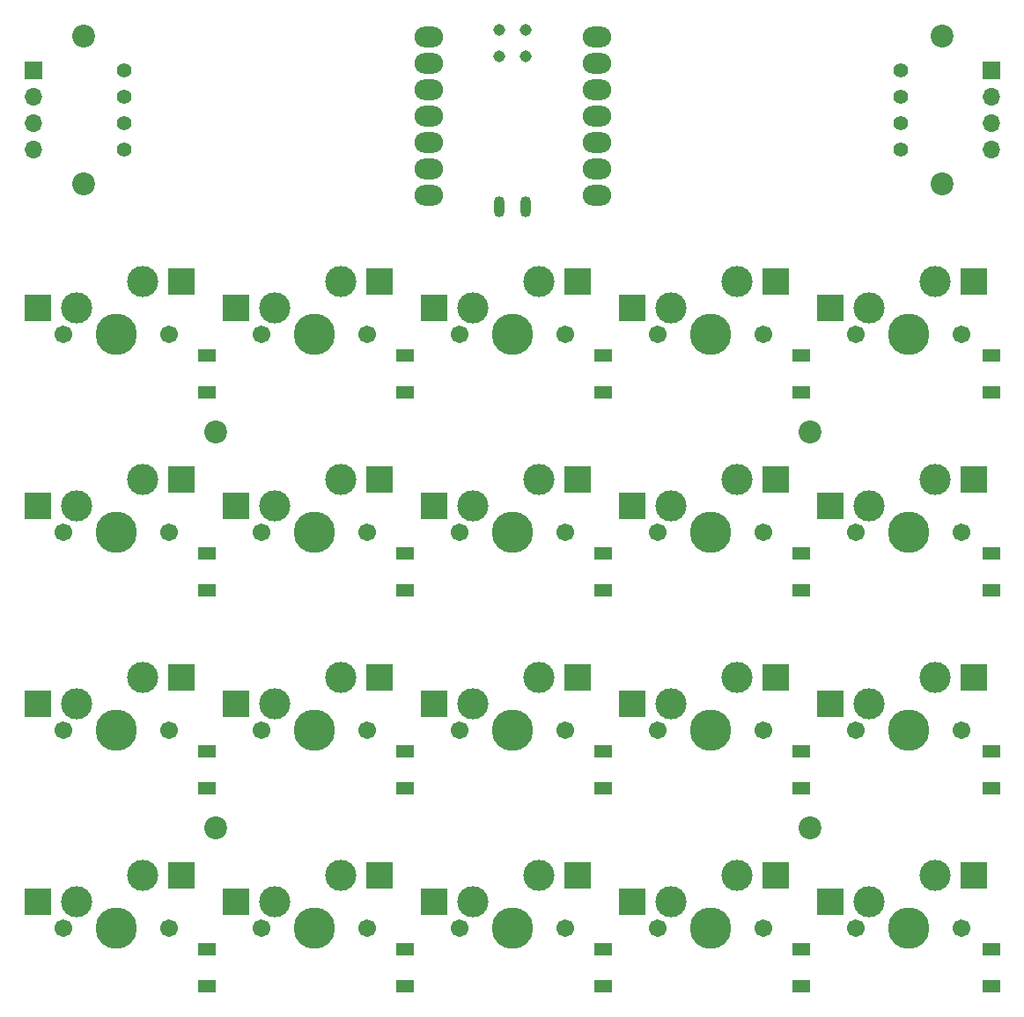
<source format=gbr>
%TF.GenerationSoftware,KiCad,Pcbnew,(6.0.4-0)*%
%TF.CreationDate,2022-07-24T18:31:06-05:00*%
%TF.ProjectId,beyblock20,62657962-6c6f-4636-9b32-302e6b696361,rev?*%
%TF.SameCoordinates,Original*%
%TF.FileFunction,Soldermask,Bot*%
%TF.FilePolarity,Negative*%
%FSLAX46Y46*%
G04 Gerber Fmt 4.6, Leading zero omitted, Abs format (unit mm)*
G04 Created by KiCad (PCBNEW (6.0.4-0)) date 2022-07-24 18:31:06*
%MOMM*%
%LPD*%
G01*
G04 APERTURE LIST*
%ADD10C,2.200000*%
%ADD11C,1.397000*%
%ADD12O,2.748280X1.998980*%
%ADD13O,1.016000X2.032000*%
%ADD14C,1.143000*%
%ADD15R,2.550000X2.500000*%
%ADD16C,1.701800*%
%ADD17C,3.987800*%
%ADD18C,3.000000*%
%ADD19O,1.700000X1.700000*%
%ADD20R,1.700000X1.700000*%
%ADD21R,1.700000X1.300000*%
G04 APERTURE END LIST*
D10*
%TO.C,H8*%
X156368750Y-37306250D03*
%TD*%
%TO.C,H7*%
X73818750Y-37306250D03*
%TD*%
%TO.C,H6*%
X156368750Y-23018750D03*
%TD*%
%TO.C,H5*%
X73818750Y-23018750D03*
%TD*%
%TO.C,H4*%
X143668750Y-99218750D03*
%TD*%
%TO.C,H3*%
X86518750Y-99218750D03*
%TD*%
%TO.C,H2*%
X143668750Y-61118750D03*
%TD*%
%TO.C,H1*%
X86518750Y-61118750D03*
%TD*%
D11*
%TO.C,OL2*%
X77787500Y-33972500D03*
X77787500Y-31432500D03*
X77787500Y-28892500D03*
X77787500Y-26352500D03*
%TD*%
D12*
%TO.C,U1*%
X107055480Y-23157180D03*
X107055480Y-25697180D03*
X107055480Y-28237180D03*
X107055480Y-30777180D03*
X107055480Y-33317180D03*
X107055480Y-35857180D03*
X107055480Y-38397180D03*
X123220040Y-38397180D03*
X123220040Y-35857180D03*
X123220040Y-33317180D03*
X123220040Y-30777180D03*
X123220040Y-28237180D03*
X123220040Y-25697180D03*
X123220040Y-23157180D03*
D13*
X116353160Y-39475000D03*
X113803160Y-39475000D03*
D14*
X116354357Y-22470813D03*
X113814357Y-22470813D03*
X116354357Y-25010813D03*
X113814357Y-25010813D03*
%TD*%
D15*
%TO.C,SW20*%
X69433750Y-106347500D03*
D16*
X71913750Y-108887500D03*
X82073750Y-108887500D03*
D17*
X76993750Y-108887500D03*
D18*
X73183750Y-106347500D03*
X79533750Y-103807500D03*
D15*
X83283750Y-103807500D03*
%TD*%
%TO.C,SW19*%
X88483750Y-106347500D03*
D16*
X90963750Y-108887500D03*
X101123750Y-108887500D03*
D17*
X96043750Y-108887500D03*
D18*
X92233750Y-106347500D03*
X98583750Y-103807500D03*
D15*
X102333750Y-103807500D03*
%TD*%
%TO.C,SW18*%
X107533750Y-106347500D03*
D16*
X110013750Y-108887500D03*
X120173750Y-108887500D03*
D17*
X115093750Y-108887500D03*
D18*
X111283750Y-106347500D03*
X117633750Y-103807500D03*
D15*
X121383750Y-103807500D03*
%TD*%
%TO.C,SW17*%
X126583750Y-106347500D03*
D16*
X129063750Y-108887500D03*
X139223750Y-108887500D03*
D17*
X134143750Y-108887500D03*
D18*
X130333750Y-106347500D03*
X136683750Y-103807500D03*
D15*
X140433750Y-103807500D03*
%TD*%
%TO.C,SW16*%
X145633750Y-106347500D03*
D16*
X148113750Y-108887500D03*
X158273750Y-108887500D03*
D17*
X153193750Y-108887500D03*
D18*
X149383750Y-106347500D03*
X155733750Y-103807500D03*
D15*
X159483750Y-103807500D03*
%TD*%
%TO.C,SW15*%
X69433750Y-87297500D03*
D16*
X71913750Y-89837500D03*
X82073750Y-89837500D03*
D17*
X76993750Y-89837500D03*
D18*
X73183750Y-87297500D03*
X79533750Y-84757500D03*
D15*
X83283750Y-84757500D03*
%TD*%
%TO.C,SW14*%
X88483750Y-87297500D03*
D16*
X90963750Y-89837500D03*
X101123750Y-89837500D03*
D17*
X96043750Y-89837500D03*
D18*
X92233750Y-87297500D03*
X98583750Y-84757500D03*
D15*
X102333750Y-84757500D03*
%TD*%
%TO.C,SW13*%
X107533750Y-87297500D03*
D16*
X110013750Y-89837500D03*
X120173750Y-89837500D03*
D17*
X115093750Y-89837500D03*
D18*
X111283750Y-87297500D03*
X117633750Y-84757500D03*
D15*
X121383750Y-84757500D03*
%TD*%
%TO.C,SW12*%
X126583750Y-87297500D03*
D16*
X129063750Y-89837500D03*
X139223750Y-89837500D03*
D17*
X134143750Y-89837500D03*
D18*
X130333750Y-87297500D03*
X136683750Y-84757500D03*
D15*
X140433750Y-84757500D03*
%TD*%
%TO.C,SW11*%
X145633750Y-87297500D03*
D16*
X148113750Y-89837500D03*
X158273750Y-89837500D03*
D17*
X153193750Y-89837500D03*
D18*
X149383750Y-87297500D03*
X155733750Y-84757500D03*
D15*
X159483750Y-84757500D03*
%TD*%
%TO.C,SW10*%
X69433750Y-68247500D03*
D16*
X71913750Y-70787500D03*
X82073750Y-70787500D03*
D17*
X76993750Y-70787500D03*
D18*
X73183750Y-68247500D03*
X79533750Y-65707500D03*
D15*
X83283750Y-65707500D03*
%TD*%
%TO.C,SW9*%
X88483750Y-68247500D03*
D16*
X90963750Y-70787500D03*
X101123750Y-70787500D03*
D17*
X96043750Y-70787500D03*
D18*
X92233750Y-68247500D03*
X98583750Y-65707500D03*
D15*
X102333750Y-65707500D03*
%TD*%
%TO.C,SW8*%
X107533750Y-68247500D03*
D16*
X110013750Y-70787500D03*
X120173750Y-70787500D03*
D17*
X115093750Y-70787500D03*
D18*
X111283750Y-68247500D03*
X117633750Y-65707500D03*
D15*
X121383750Y-65707500D03*
%TD*%
%TO.C,SW7*%
X126583750Y-68247500D03*
D16*
X129063750Y-70787500D03*
X139223750Y-70787500D03*
D17*
X134143750Y-70787500D03*
D18*
X130333750Y-68247500D03*
X136683750Y-65707500D03*
D15*
X140433750Y-65707500D03*
%TD*%
%TO.C,SW6*%
X145633750Y-68247500D03*
D16*
X148113750Y-70787500D03*
X158273750Y-70787500D03*
D17*
X153193750Y-70787500D03*
D18*
X149383750Y-68247500D03*
X155733750Y-65707500D03*
D15*
X159483750Y-65707500D03*
%TD*%
%TO.C,SW5*%
X69433750Y-49197500D03*
D16*
X71913750Y-51737500D03*
X82073750Y-51737500D03*
D17*
X76993750Y-51737500D03*
D18*
X73183750Y-49197500D03*
X79533750Y-46657500D03*
D15*
X83283750Y-46657500D03*
%TD*%
%TO.C,SW4*%
X88483750Y-49197500D03*
D16*
X90963750Y-51737500D03*
X101123750Y-51737500D03*
D17*
X96043750Y-51737500D03*
D18*
X92233750Y-49197500D03*
X98583750Y-46657500D03*
D15*
X102333750Y-46657500D03*
%TD*%
%TO.C,SW3*%
X107533750Y-49197500D03*
D16*
X110013750Y-51737500D03*
X120173750Y-51737500D03*
D17*
X115093750Y-51737500D03*
D18*
X111283750Y-49197500D03*
X117633750Y-46657500D03*
D15*
X121383750Y-46657500D03*
%TD*%
%TO.C,SW2*%
X126583750Y-49197500D03*
D16*
X129063750Y-51737500D03*
X139223750Y-51737500D03*
D17*
X134143750Y-51737500D03*
D18*
X130333750Y-49197500D03*
X136683750Y-46657500D03*
D15*
X140433750Y-46657500D03*
%TD*%
%TO.C,SW1*%
X145633750Y-49197500D03*
D16*
X148113750Y-51737500D03*
X158273750Y-51737500D03*
D17*
X153193750Y-51737500D03*
D18*
X149383750Y-49197500D03*
X155733750Y-46657500D03*
D15*
X159483750Y-46657500D03*
%TD*%
D11*
%TO.C,OL1*%
X152400000Y-26352500D03*
X152400000Y-28892500D03*
X152400000Y-31432500D03*
X152400000Y-33972500D03*
%TD*%
D19*
%TO.C,J2*%
X161131250Y-33982500D03*
X161131250Y-31442500D03*
X161131250Y-28902500D03*
D20*
X161131250Y-26362500D03*
%TD*%
D19*
%TO.C,J1*%
X69056250Y-33982500D03*
X69056250Y-31442500D03*
X69056250Y-28902500D03*
D20*
X69056250Y-26362500D03*
%TD*%
D21*
%TO.C,D20*%
X85725000Y-114462500D03*
X85725000Y-110962500D03*
%TD*%
%TO.C,D19*%
X104775000Y-114462500D03*
X104775000Y-110962500D03*
%TD*%
%TO.C,D18*%
X123825000Y-114462500D03*
X123825000Y-110962500D03*
%TD*%
%TO.C,D17*%
X142875000Y-114462500D03*
X142875000Y-110962500D03*
%TD*%
%TO.C,D16*%
X161131250Y-114462500D03*
X161131250Y-110962500D03*
%TD*%
%TO.C,D15*%
X85725000Y-95412500D03*
X85725000Y-91912500D03*
%TD*%
%TO.C,D14*%
X104775000Y-95412500D03*
X104775000Y-91912500D03*
%TD*%
%TO.C,D13*%
X123825000Y-95412500D03*
X123825000Y-91912500D03*
%TD*%
%TO.C,D12*%
X142875000Y-95412500D03*
X142875000Y-91912500D03*
%TD*%
%TO.C,D11*%
X161131250Y-95412500D03*
X161131250Y-91912500D03*
%TD*%
%TO.C,D10*%
X85725000Y-76362500D03*
X85725000Y-72862500D03*
%TD*%
%TO.C,D9*%
X104775000Y-76362500D03*
X104775000Y-72862500D03*
%TD*%
%TO.C,D8*%
X123825000Y-76362500D03*
X123825000Y-72862500D03*
%TD*%
%TO.C,D7*%
X142875000Y-76362500D03*
X142875000Y-72862500D03*
%TD*%
%TO.C,D6*%
X161131250Y-76362500D03*
X161131250Y-72862500D03*
%TD*%
%TO.C,D5*%
X85725000Y-57312500D03*
X85725000Y-53812500D03*
%TD*%
%TO.C,D4*%
X104775000Y-57312500D03*
X104775000Y-53812500D03*
%TD*%
%TO.C,D3*%
X123825000Y-57312500D03*
X123825000Y-53812500D03*
%TD*%
%TO.C,D2*%
X142875000Y-53812500D03*
X142875000Y-57312500D03*
%TD*%
%TO.C,D1*%
X161131250Y-53812500D03*
X161131250Y-57312500D03*
%TD*%
M02*

</source>
